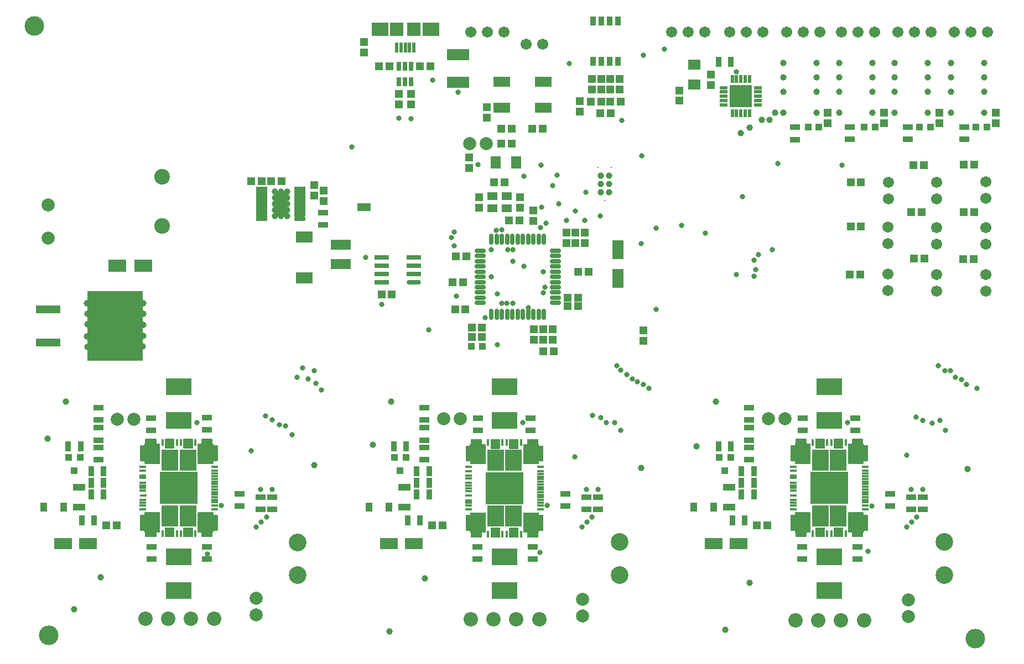
<source format=gts>
G04 Layer_Color=8388736*
%FSLAX44Y44*%
%MOMM*%
G71*
G01*
G75*
%ADD24C,1.0000*%
%ADD61R,1.2032X1.1532*%
%ADD62R,0.6032X1.6032*%
%ADD63R,2.0032X2.1032*%
%ADD64R,2.5032X2.1032*%
%ADD65R,3.4032X1.7032*%
%ADD66R,0.8032X1.4032*%
%ADD67R,1.5032X0.9032*%
%ADD68R,1.1532X1.2032*%
%ADD69C,3.0000*%
%ADD70R,0.9832X0.4032*%
%ADD71R,0.4032X0.9832*%
%ADD72R,5.8032X5.0032*%
%ADD73R,2.6032X3.3032*%
%ADD74R,1.5032X1.2032*%
%ADD75R,3.4532X3.4532*%
G04:AMPARAMS|DCode=76|XSize=0.5532mm|YSize=1.1532mm|CornerRadius=0.1891mm|HoleSize=0mm|Usage=FLASHONLY|Rotation=90.000|XOffset=0mm|YOffset=0mm|HoleType=Round|Shape=RoundedRectangle|*
%AMROUNDEDRECTD76*
21,1,0.5532,0.7750,0,0,90.0*
21,1,0.1750,1.1532,0,0,90.0*
1,1,0.3782,0.3875,0.0875*
1,1,0.3782,0.3875,-0.0875*
1,1,0.3782,-0.3875,-0.0875*
1,1,0.3782,-0.3875,0.0875*
%
%ADD76ROUNDEDRECTD76*%
%ADD77R,1.1532X0.5532*%
%ADD78R,0.5532X1.1532*%
%ADD79R,2.1000X3.7000*%
%ADD80R,1.7032X0.6532*%
G04:AMPARAMS|DCode=81|XSize=0.6532mm|YSize=1.7032mm|CornerRadius=0.2141mm|HoleSize=0mm|Usage=FLASHONLY|Rotation=270.000|XOffset=0mm|YOffset=0mm|HoleType=Round|Shape=RoundedRectangle|*
%AMROUNDEDRECTD81*
21,1,0.6532,1.2750,0,0,270.0*
21,1,0.2250,1.7032,0,0,270.0*
1,1,0.4282,-0.6375,-0.1125*
1,1,0.4282,-0.6375,0.1125*
1,1,0.4282,0.6375,0.1125*
1,1,0.4282,0.6375,-0.1125*
%
%ADD81ROUNDEDRECTD81*%
%ADD82R,1.0032X1.2032*%
%ADD83R,1.8032X3.0032*%
%ADD84O,1.7032X0.7532*%
%ADD85O,0.7532X1.7032*%
%ADD86R,2.1832X0.7332*%
%ADD87O,2.1832X0.7332*%
%ADD88R,0.9632X1.4532*%
%ADD89R,1.6032X1.9032*%
%ADD90R,2.5032X1.6032*%
%ADD91R,2.7032X1.9032*%
%ADD92R,2.6032X1.7032*%
%ADD93R,3.1532X1.6032*%
%ADD94R,1.0032X1.0032*%
%ADD95R,0.9032X1.5032*%
%ADD96R,1.9032X1.6032*%
%ADD97R,3.9032X2.6532*%
%ADD98R,1.0032X1.1032*%
%ADD99R,1.0532X1.4032*%
%ADD100R,1.9052X1.1172*%
%ADD101R,2.7032X1.8032*%
%ADD102C,0.9902*%
%ADD103R,3.7072X1.2192*%
%ADD104R,8.5832X10.6932*%
%ADD105C,1.0032*%
%ADD106C,1.7032*%
%ADD107C,2.2032*%
%ADD108C,2.0032*%
%ADD109C,0.2032*%
%ADD110C,2.7032*%
%ADD111C,2.4032*%
%ADD112C,0.8032*%
G36*
X1294293Y244410D02*
X1294424Y244384D01*
X1294550Y244341D01*
X1294669Y244282D01*
X1294780Y244208D01*
X1294880Y244120D01*
X1294968Y244020D01*
X1295042Y243909D01*
X1295101Y243790D01*
X1295143Y243664D01*
X1295169Y243533D01*
X1295178Y243400D01*
Y240518D01*
X1300860Y240518D01*
X1300993Y240510D01*
X1301124Y240484D01*
X1301250Y240441D01*
X1301369Y240382D01*
X1301480Y240308D01*
X1301580Y240220D01*
X1301668Y240120D01*
X1301742Y240009D01*
X1301801Y239890D01*
X1301843Y239764D01*
X1301869Y239633D01*
X1301878Y239500D01*
Y217200D01*
X1301869Y217067D01*
X1301843Y216936D01*
X1301801Y216810D01*
X1301742Y216691D01*
X1301668Y216580D01*
X1301580Y216480D01*
X1301480Y216392D01*
X1301369Y216318D01*
X1301250Y216259D01*
X1301124Y216217D01*
X1300993Y216191D01*
X1300860Y216182D01*
X1295278D01*
Y214500D01*
X1295269Y214367D01*
X1295243Y214237D01*
X1295201Y214110D01*
X1295142Y213991D01*
X1295068Y213880D01*
X1294980Y213780D01*
X1294880Y213692D01*
X1294769Y213618D01*
X1294650Y213559D01*
X1294523Y213517D01*
X1294393Y213491D01*
X1294260Y213482D01*
X1294078D01*
Y207200D01*
X1294069Y207067D01*
X1294043Y206936D01*
X1294001Y206810D01*
X1293942Y206691D01*
X1293868Y206580D01*
X1293780Y206480D01*
X1293680Y206392D01*
X1293569Y206318D01*
X1293450Y206259D01*
X1293324Y206217D01*
X1293193Y206191D01*
X1293060Y206182D01*
X1277760D01*
X1277627Y206191D01*
X1277496Y206217D01*
X1277370Y206259D01*
X1277251Y206318D01*
X1277140Y206392D01*
X1277040Y206480D01*
X1276952Y206580D01*
X1276878Y206691D01*
X1276819Y206810D01*
X1276777Y206936D01*
X1276750Y207067D01*
X1276742Y207200D01*
Y213482D01*
X1272260D01*
X1272127Y213491D01*
X1271996Y213517D01*
X1271870Y213559D01*
X1271751Y213618D01*
X1271640Y213692D01*
X1271540Y213780D01*
X1271452Y213880D01*
X1271378Y213991D01*
X1271319Y214110D01*
X1271276Y214237D01*
X1271251Y214367D01*
X1271242Y214500D01*
Y243400D01*
X1271251Y243533D01*
X1271276Y243664D01*
X1271319Y243790D01*
X1271378Y243909D01*
X1271452Y244020D01*
X1271540Y244120D01*
X1271640Y244208D01*
X1271751Y244282D01*
X1271870Y244341D01*
X1271996Y244384D01*
X1272127Y244410D01*
X1272260Y244418D01*
X1294160D01*
X1294293Y244410D01*
D02*
G37*
G36*
X298833Y244410D02*
X298964Y244384D01*
X299090Y244341D01*
X299209Y244282D01*
X299320Y244208D01*
X299420Y244120D01*
X299508Y244020D01*
X299582Y243909D01*
X299641Y243790D01*
X299683Y243664D01*
X299709Y243533D01*
X299718Y243400D01*
Y240518D01*
X305400Y240518D01*
X305533Y240509D01*
X305664Y240483D01*
X305790Y240441D01*
X305909Y240382D01*
X306020Y240308D01*
X306120Y240220D01*
X306208Y240120D01*
X306282Y240009D01*
X306341Y239890D01*
X306383Y239764D01*
X306409Y239633D01*
X306418Y239500D01*
Y217200D01*
X306409Y217067D01*
X306383Y216936D01*
X306341Y216810D01*
X306282Y216691D01*
X306208Y216580D01*
X306120Y216480D01*
X306020Y216392D01*
X305909Y216318D01*
X305790Y216259D01*
X305664Y216217D01*
X305533Y216190D01*
X305400Y216182D01*
X299818D01*
Y214500D01*
X299809Y214367D01*
X299783Y214237D01*
X299741Y214110D01*
X299682Y213991D01*
X299608Y213880D01*
X299520Y213780D01*
X299420Y213692D01*
X299309Y213618D01*
X299190Y213559D01*
X299063Y213517D01*
X298933Y213491D01*
X298800Y213482D01*
X298618D01*
Y207200D01*
X298610Y207067D01*
X298584Y206936D01*
X298541Y206810D01*
X298482Y206691D01*
X298408Y206580D01*
X298320Y206480D01*
X298220Y206392D01*
X298109Y206318D01*
X297990Y206259D01*
X297864Y206217D01*
X297733Y206190D01*
X297600Y206182D01*
X282300D01*
X282167Y206190D01*
X282036Y206217D01*
X281910Y206259D01*
X281791Y206318D01*
X281680Y206392D01*
X281580Y206480D01*
X281492Y206580D01*
X281418Y206691D01*
X281359Y206810D01*
X281317Y206936D01*
X281290Y207067D01*
X281282Y207200D01*
Y213482D01*
X276800D01*
X276667Y213491D01*
X276537Y213517D01*
X276410Y213559D01*
X276291Y213618D01*
X276180Y213692D01*
X276080Y213780D01*
X275992Y213880D01*
X275918Y213991D01*
X275859Y214110D01*
X275816Y214237D01*
X275791Y214367D01*
X275782Y214500D01*
Y243400D01*
X275791Y243533D01*
X275816Y243664D01*
X275859Y243790D01*
X275918Y243909D01*
X275992Y244020D01*
X276080Y244120D01*
X276180Y244208D01*
X276291Y244282D01*
X276410Y244341D01*
X276537Y244384D01*
X276667Y244410D01*
X276800Y244418D01*
X298700D01*
X298833Y244410D01*
D02*
G37*
G36*
X1262993Y221110D02*
X1263123Y221084D01*
X1263250Y221041D01*
X1263369Y220982D01*
X1263480Y220908D01*
X1263580Y220820D01*
X1263668Y220720D01*
X1263742Y220609D01*
X1263801Y220490D01*
X1263843Y220364D01*
X1263869Y220233D01*
X1263878Y220100D01*
Y207100D01*
X1263869Y206967D01*
X1263843Y206836D01*
X1263801Y206710D01*
X1263742Y206591D01*
X1263668Y206480D01*
X1263580Y206380D01*
X1263480Y206292D01*
X1263369Y206218D01*
X1263250Y206159D01*
X1263123Y206117D01*
X1262993Y206091D01*
X1262860Y206082D01*
X1250260D01*
X1250127Y206091D01*
X1249996Y206117D01*
X1249870Y206159D01*
X1249751Y206218D01*
X1249640Y206292D01*
X1249540Y206380D01*
X1249452Y206480D01*
X1249378Y206591D01*
X1249319Y206710D01*
X1249277Y206836D01*
X1249250Y206967D01*
X1249242Y207100D01*
Y220100D01*
X1249250Y220233D01*
X1249277Y220364D01*
X1249319Y220490D01*
X1249378Y220609D01*
X1249452Y220720D01*
X1249540Y220820D01*
X1249640Y220908D01*
X1249751Y220982D01*
X1249870Y221041D01*
X1249996Y221084D01*
X1250127Y221110D01*
X1250260Y221118D01*
X1262860D01*
X1262993Y221110D01*
D02*
G37*
G36*
X1212593Y244410D02*
X1212723Y244384D01*
X1212850Y244341D01*
X1212969Y244282D01*
X1213080Y244208D01*
X1213180Y244120D01*
X1213268Y244020D01*
X1213342Y243909D01*
X1213401Y243790D01*
X1213444Y243664D01*
X1213469Y243533D01*
X1213478Y243400D01*
Y214500D01*
X1213469Y214367D01*
X1213444Y214237D01*
X1213401Y214110D01*
X1213342Y213991D01*
X1213268Y213880D01*
X1213180Y213780D01*
X1213080Y213692D01*
X1212969Y213618D01*
X1212850Y213559D01*
X1212723Y213517D01*
X1212593Y213491D01*
X1212460Y213482D01*
X1207978D01*
Y207200D01*
X1207970Y207067D01*
X1207943Y206936D01*
X1207901Y206810D01*
X1207842Y206691D01*
X1207768Y206580D01*
X1207680Y206480D01*
X1207580Y206392D01*
X1207469Y206318D01*
X1207350Y206259D01*
X1207224Y206217D01*
X1207093Y206191D01*
X1206960Y206182D01*
X1191660D01*
X1191527Y206191D01*
X1191396Y206217D01*
X1191270Y206259D01*
X1191151Y206318D01*
X1191040Y206392D01*
X1190940Y206480D01*
X1190852Y206580D01*
X1190778Y206691D01*
X1190719Y206810D01*
X1190676Y206936D01*
X1190650Y207067D01*
X1190642Y207200D01*
Y213482D01*
X1190460D01*
X1190327Y213491D01*
X1190197Y213517D01*
X1190070Y213559D01*
X1189951Y213618D01*
X1189840Y213692D01*
X1189740Y213780D01*
X1189652Y213880D01*
X1189578Y213991D01*
X1189519Y214110D01*
X1189476Y214237D01*
X1189451Y214367D01*
X1189442Y214500D01*
Y216182D01*
X1183860Y216182D01*
X1183727Y216191D01*
X1183596Y216217D01*
X1183470Y216259D01*
X1183351Y216318D01*
X1183240Y216392D01*
X1183140Y216480D01*
X1183052Y216580D01*
X1182978Y216691D01*
X1182919Y216810D01*
X1182877Y216937D01*
X1182850Y217067D01*
X1182842Y217200D01*
Y239500D01*
X1182850Y239633D01*
X1182877Y239764D01*
X1182919Y239890D01*
X1182978Y240009D01*
X1183052Y240120D01*
X1183140Y240220D01*
X1183240Y240308D01*
X1183351Y240382D01*
X1183470Y240441D01*
X1183596Y240484D01*
X1183727Y240510D01*
X1183860Y240518D01*
X1189542Y240518D01*
Y243400D01*
X1189550Y243533D01*
X1189576Y243664D01*
X1189619Y243790D01*
X1189678Y243909D01*
X1189752Y244020D01*
X1189840Y244120D01*
X1189940Y244208D01*
X1190051Y244282D01*
X1190170Y244341D01*
X1190296Y244384D01*
X1190427Y244410D01*
X1190560Y244418D01*
X1212460D01*
X1212593Y244410D01*
D02*
G37*
G36*
X217133Y244410D02*
X217264Y244384D01*
X217390Y244341D01*
X217509Y244282D01*
X217620Y244208D01*
X217720Y244120D01*
X217808Y244020D01*
X217882Y243909D01*
X217941Y243790D01*
X217983Y243664D01*
X218009Y243533D01*
X218018Y243400D01*
Y214500D01*
X218009Y214367D01*
X217983Y214237D01*
X217941Y214110D01*
X217882Y213991D01*
X217808Y213880D01*
X217720Y213780D01*
X217620Y213692D01*
X217509Y213618D01*
X217390Y213559D01*
X217264Y213517D01*
X217133Y213491D01*
X217000Y213482D01*
X212518D01*
Y207200D01*
X212509Y207067D01*
X212484Y206936D01*
X212441Y206810D01*
X212382Y206691D01*
X212308Y206580D01*
X212220Y206480D01*
X212120Y206392D01*
X212009Y206318D01*
X211890Y206259D01*
X211764Y206217D01*
X211633Y206190D01*
X211500Y206182D01*
X196200D01*
X196067Y206190D01*
X195937Y206217D01*
X195810Y206259D01*
X195691Y206318D01*
X195580Y206392D01*
X195480Y206480D01*
X195392Y206580D01*
X195318Y206691D01*
X195259Y206810D01*
X195217Y206936D01*
X195191Y207067D01*
X195182Y207200D01*
Y213482D01*
X195000D01*
X194867Y213491D01*
X194736Y213517D01*
X194610Y213559D01*
X194491Y213618D01*
X194380Y213692D01*
X194280Y213780D01*
X194192Y213880D01*
X194118Y213991D01*
X194059Y214110D01*
X194017Y214237D01*
X193991Y214367D01*
X193982Y214500D01*
Y216182D01*
X188400Y216182D01*
X188267Y216191D01*
X188137Y216217D01*
X188010Y216259D01*
X187891Y216318D01*
X187780Y216392D01*
X187680Y216480D01*
X187592Y216580D01*
X187518Y216691D01*
X187459Y216810D01*
X187416Y216936D01*
X187390Y217067D01*
X187382Y217200D01*
Y239500D01*
X187390Y239633D01*
X187416Y239764D01*
X187459Y239890D01*
X187518Y240009D01*
X187592Y240120D01*
X187680Y240220D01*
X187780Y240308D01*
X187891Y240382D01*
X188010Y240441D01*
X188137Y240484D01*
X188267Y240510D01*
X188400Y240518D01*
X194082Y240518D01*
Y243400D01*
X194091Y243533D01*
X194117Y243664D01*
X194159Y243790D01*
X194218Y243909D01*
X194292Y244020D01*
X194380Y244120D01*
X194480Y244208D01*
X194591Y244282D01*
X194710Y244341D01*
X194837Y244384D01*
X194967Y244410D01*
X195100Y244418D01*
X217000D01*
X217133Y244410D01*
D02*
G37*
G36*
X715523Y244030D02*
X715654Y244004D01*
X715780Y243961D01*
X715899Y243902D01*
X716010Y243828D01*
X716110Y243740D01*
X716198Y243640D01*
X716272Y243529D01*
X716331Y243410D01*
X716374Y243284D01*
X716400Y243153D01*
X716408Y243020D01*
Y214120D01*
X716400Y213987D01*
X716374Y213857D01*
X716331Y213730D01*
X716272Y213611D01*
X716198Y213500D01*
X716110Y213400D01*
X716010Y213312D01*
X715899Y213238D01*
X715780Y213179D01*
X715654Y213137D01*
X715523Y213111D01*
X715390Y213102D01*
X710908D01*
Y206820D01*
X710900Y206687D01*
X710873Y206556D01*
X710831Y206430D01*
X710772Y206311D01*
X710698Y206200D01*
X710610Y206100D01*
X710510Y206012D01*
X710399Y205938D01*
X710280Y205879D01*
X710154Y205837D01*
X710023Y205811D01*
X709890Y205802D01*
X694590D01*
X694457Y205811D01*
X694326Y205837D01*
X694200Y205879D01*
X694081Y205938D01*
X693970Y206012D01*
X693870Y206100D01*
X693782Y206200D01*
X693708Y206311D01*
X693649Y206430D01*
X693606Y206556D01*
X693580Y206687D01*
X693572Y206820D01*
Y213102D01*
X693390D01*
X693257Y213111D01*
X693127Y213137D01*
X693000Y213179D01*
X692881Y213238D01*
X692770Y213312D01*
X692670Y213400D01*
X692582Y213500D01*
X692508Y213611D01*
X692449Y213730D01*
X692406Y213857D01*
X692381Y213987D01*
X692372Y214120D01*
Y215802D01*
X686790Y215802D01*
X686657Y215811D01*
X686526Y215837D01*
X686400Y215879D01*
X686281Y215938D01*
X686170Y216012D01*
X686070Y216100D01*
X685982Y216200D01*
X685908Y216311D01*
X685849Y216430D01*
X685807Y216556D01*
X685780Y216687D01*
X685772Y216820D01*
Y239120D01*
X685780Y239253D01*
X685807Y239384D01*
X685849Y239510D01*
X685908Y239629D01*
X685982Y239740D01*
X686070Y239840D01*
X686170Y239928D01*
X686281Y240002D01*
X686400Y240061D01*
X686526Y240104D01*
X686657Y240130D01*
X686790Y240138D01*
X692472Y240138D01*
Y243020D01*
X692480Y243153D01*
X692506Y243284D01*
X692549Y243410D01*
X692608Y243529D01*
X692682Y243640D01*
X692770Y243740D01*
X692870Y243828D01*
X692981Y243902D01*
X693100Y243961D01*
X693226Y244004D01*
X693357Y244030D01*
X693490Y244038D01*
X715390D01*
X715523Y244030D01*
D02*
G37*
G36*
X797223D02*
X797354Y244004D01*
X797480Y243961D01*
X797599Y243902D01*
X797710Y243828D01*
X797810Y243740D01*
X797898Y243640D01*
X797972Y243529D01*
X798031Y243410D01*
X798073Y243284D01*
X798099Y243153D01*
X798108Y243020D01*
Y240138D01*
X803790Y240138D01*
X803923Y240130D01*
X804053Y240103D01*
X804180Y240061D01*
X804299Y240002D01*
X804410Y239928D01*
X804510Y239840D01*
X804598Y239740D01*
X804672Y239629D01*
X804731Y239510D01*
X804773Y239384D01*
X804799Y239253D01*
X804808Y239120D01*
Y216820D01*
X804799Y216687D01*
X804773Y216556D01*
X804731Y216430D01*
X804672Y216311D01*
X804598Y216200D01*
X804510Y216100D01*
X804410Y216012D01*
X804299Y215938D01*
X804180Y215879D01*
X804053Y215837D01*
X803923Y215811D01*
X803790Y215802D01*
X798208D01*
Y214120D01*
X798199Y213987D01*
X798173Y213857D01*
X798131Y213730D01*
X798072Y213611D01*
X797998Y213500D01*
X797910Y213400D01*
X797810Y213312D01*
X797699Y213238D01*
X797580Y213179D01*
X797454Y213137D01*
X797323Y213111D01*
X797190Y213102D01*
X797008D01*
Y206820D01*
X796999Y206687D01*
X796973Y206556D01*
X796931Y206430D01*
X796872Y206311D01*
X796798Y206200D01*
X796710Y206100D01*
X796610Y206012D01*
X796499Y205938D01*
X796380Y205879D01*
X796254Y205837D01*
X796123Y205811D01*
X795990Y205802D01*
X780690D01*
X780557Y205811D01*
X780426Y205837D01*
X780300Y205879D01*
X780181Y205938D01*
X780070Y206012D01*
X779970Y206100D01*
X779882Y206200D01*
X779808Y206311D01*
X779749Y206430D01*
X779706Y206556D01*
X779680Y206687D01*
X779672Y206820D01*
Y213102D01*
X775190D01*
X775057Y213111D01*
X774926Y213137D01*
X774800Y213179D01*
X774681Y213238D01*
X774570Y213312D01*
X774470Y213400D01*
X774382Y213500D01*
X774308Y213611D01*
X774249Y213730D01*
X774206Y213857D01*
X774181Y213987D01*
X774172Y214120D01*
Y243020D01*
X774181Y243153D01*
X774206Y243284D01*
X774249Y243410D01*
X774308Y243529D01*
X774382Y243640D01*
X774470Y243740D01*
X774570Y243828D01*
X774681Y243902D01*
X774800Y243961D01*
X774926Y244004D01*
X775057Y244030D01*
X775190Y244038D01*
X797090D01*
X797223Y244030D01*
D02*
G37*
G36*
X765923Y220730D02*
X766053Y220704D01*
X766180Y220661D01*
X766299Y220602D01*
X766410Y220528D01*
X766510Y220440D01*
X766598Y220340D01*
X766672Y220229D01*
X766731Y220110D01*
X766773Y219984D01*
X766799Y219853D01*
X766808Y219720D01*
Y206720D01*
X766799Y206587D01*
X766773Y206457D01*
X766731Y206330D01*
X766672Y206211D01*
X766598Y206100D01*
X766510Y206000D01*
X766410Y205912D01*
X766299Y205838D01*
X766180Y205779D01*
X766053Y205737D01*
X765923Y205711D01*
X765790Y205702D01*
X753190D01*
X753057Y205711D01*
X752926Y205737D01*
X752800Y205779D01*
X752681Y205838D01*
X752570Y205912D01*
X752470Y206000D01*
X752382Y206100D01*
X752308Y206211D01*
X752249Y206330D01*
X752206Y206457D01*
X752180Y206587D01*
X752172Y206720D01*
Y219720D01*
X752180Y219853D01*
X752206Y219984D01*
X752249Y220110D01*
X752308Y220229D01*
X752382Y220340D01*
X752470Y220440D01*
X752570Y220528D01*
X752681Y220602D01*
X752800Y220661D01*
X752926Y220704D01*
X753057Y220730D01*
X753190Y220738D01*
X765790D01*
X765923Y220730D01*
D02*
G37*
G36*
X737523D02*
X737654Y220704D01*
X737780Y220661D01*
X737899Y220602D01*
X738010Y220528D01*
X738110Y220440D01*
X738198Y220340D01*
X738272Y220229D01*
X738331Y220110D01*
X738373Y219984D01*
X738399Y219853D01*
X738408Y219720D01*
Y206720D01*
X738399Y206587D01*
X738373Y206457D01*
X738331Y206330D01*
X738272Y206211D01*
X738198Y206100D01*
X738110Y206000D01*
X738010Y205912D01*
X737899Y205838D01*
X737780Y205779D01*
X737654Y205737D01*
X737523Y205711D01*
X737390Y205702D01*
X724790D01*
X724657Y205711D01*
X724527Y205737D01*
X724400Y205779D01*
X724281Y205838D01*
X724170Y205912D01*
X724070Y206000D01*
X723982Y206100D01*
X723908Y206211D01*
X723849Y206330D01*
X723807Y206457D01*
X723781Y206587D01*
X723772Y206720D01*
Y219720D01*
X723781Y219853D01*
X723807Y219984D01*
X723849Y220110D01*
X723908Y220229D01*
X723982Y220340D01*
X724070Y220440D01*
X724170Y220528D01*
X724281Y220602D01*
X724400Y220661D01*
X724527Y220704D01*
X724657Y220730D01*
X724790Y220738D01*
X737390D01*
X737523Y220730D01*
D02*
G37*
G36*
X1234593Y221110D02*
X1234724Y221084D01*
X1234850Y221041D01*
X1234969Y220982D01*
X1235080Y220908D01*
X1235180Y220820D01*
X1235268Y220720D01*
X1235342Y220609D01*
X1235401Y220490D01*
X1235443Y220364D01*
X1235469Y220233D01*
X1235478Y220100D01*
Y207100D01*
X1235469Y206967D01*
X1235443Y206836D01*
X1235401Y206710D01*
X1235342Y206591D01*
X1235268Y206480D01*
X1235180Y206380D01*
X1235080Y206292D01*
X1234969Y206218D01*
X1234850Y206159D01*
X1234724Y206117D01*
X1234593Y206091D01*
X1234460Y206082D01*
X1221860D01*
X1221727Y206091D01*
X1221597Y206117D01*
X1221470Y206159D01*
X1221351Y206218D01*
X1221240Y206292D01*
X1221140Y206380D01*
X1221052Y206480D01*
X1220978Y206591D01*
X1220919Y206710D01*
X1220876Y206836D01*
X1220851Y206967D01*
X1220842Y207100D01*
Y220100D01*
X1220851Y220233D01*
X1220876Y220364D01*
X1220919Y220490D01*
X1220978Y220609D01*
X1221052Y220720D01*
X1221140Y220820D01*
X1221240Y220908D01*
X1221351Y220982D01*
X1221470Y221041D01*
X1221597Y221084D01*
X1221727Y221110D01*
X1221860Y221118D01*
X1234460D01*
X1234593Y221110D01*
D02*
G37*
G36*
X267533Y221110D02*
X267663Y221084D01*
X267790Y221041D01*
X267909Y220982D01*
X268020Y220908D01*
X268120Y220820D01*
X268208Y220720D01*
X268282Y220609D01*
X268341Y220490D01*
X268384Y220364D01*
X268410Y220233D01*
X268418Y220100D01*
Y207100D01*
X268410Y206967D01*
X268384Y206836D01*
X268341Y206710D01*
X268282Y206591D01*
X268208Y206480D01*
X268120Y206380D01*
X268020Y206292D01*
X267909Y206218D01*
X267790Y206159D01*
X267663Y206117D01*
X267533Y206091D01*
X267400Y206082D01*
X254800D01*
X254667Y206091D01*
X254536Y206117D01*
X254410Y206159D01*
X254291Y206218D01*
X254180Y206292D01*
X254080Y206380D01*
X253992Y206480D01*
X253918Y206591D01*
X253859Y206710D01*
X253817Y206836D01*
X253791Y206967D01*
X253782Y207100D01*
Y220100D01*
X253791Y220233D01*
X253817Y220364D01*
X253859Y220490D01*
X253918Y220609D01*
X253992Y220720D01*
X254080Y220820D01*
X254180Y220908D01*
X254291Y220982D01*
X254410Y221041D01*
X254536Y221084D01*
X254667Y221110D01*
X254800Y221118D01*
X267400D01*
X267533Y221110D01*
D02*
G37*
G36*
X239133D02*
X239263Y221084D01*
X239390Y221041D01*
X239509Y220982D01*
X239620Y220908D01*
X239720Y220820D01*
X239808Y220720D01*
X239882Y220609D01*
X239941Y220490D01*
X239984Y220364D01*
X240009Y220233D01*
X240018Y220100D01*
Y207100D01*
X240009Y206967D01*
X239984Y206836D01*
X239941Y206710D01*
X239882Y206591D01*
X239808Y206480D01*
X239720Y206380D01*
X239620Y206292D01*
X239509Y206218D01*
X239390Y206159D01*
X239263Y206117D01*
X239133Y206091D01*
X239000Y206082D01*
X226400D01*
X226267Y206091D01*
X226136Y206117D01*
X226010Y206159D01*
X225891Y206218D01*
X225780Y206292D01*
X225680Y206380D01*
X225592Y206480D01*
X225518Y206591D01*
X225459Y206710D01*
X225417Y206836D01*
X225391Y206967D01*
X225382Y207100D01*
Y220100D01*
X225391Y220233D01*
X225417Y220364D01*
X225459Y220490D01*
X225518Y220609D01*
X225592Y220720D01*
X225680Y220820D01*
X225780Y220908D01*
X225891Y220982D01*
X226010Y221041D01*
X226136Y221084D01*
X226267Y221110D01*
X226400Y221118D01*
X239000D01*
X239133Y221110D01*
D02*
G37*
G36*
X239133Y356909D02*
X239263Y356884D01*
X239390Y356841D01*
X239509Y356782D01*
X239620Y356708D01*
X239720Y356620D01*
X239808Y356520D01*
X239882Y356409D01*
X239941Y356290D01*
X239984Y356163D01*
X240009Y356033D01*
X240018Y355900D01*
Y342900D01*
X240009Y342767D01*
X239984Y342636D01*
X239941Y342510D01*
X239882Y342391D01*
X239808Y342280D01*
X239720Y342180D01*
X239620Y342092D01*
X239509Y342018D01*
X239390Y341959D01*
X239263Y341917D01*
X239133Y341890D01*
X239000Y341882D01*
X226400D01*
X226267Y341890D01*
X226136Y341917D01*
X226010Y341959D01*
X225891Y342018D01*
X225780Y342092D01*
X225680Y342180D01*
X225592Y342280D01*
X225518Y342391D01*
X225459Y342510D01*
X225417Y342636D01*
X225390Y342767D01*
X225382Y342900D01*
Y355900D01*
X225390Y356033D01*
X225417Y356163D01*
X225459Y356290D01*
X225518Y356409D01*
X225592Y356520D01*
X225680Y356620D01*
X225780Y356708D01*
X225891Y356782D01*
X226010Y356841D01*
X226136Y356884D01*
X226267Y356909D01*
X226400Y356918D01*
X239000D01*
X239133Y356909D01*
D02*
G37*
G36*
X765923Y356530D02*
X766053Y356503D01*
X766180Y356461D01*
X766299Y356402D01*
X766410Y356328D01*
X766510Y356240D01*
X766598Y356140D01*
X766672Y356029D01*
X766731Y355910D01*
X766773Y355784D01*
X766799Y355653D01*
X766808Y355520D01*
Y342520D01*
X766799Y342387D01*
X766773Y342257D01*
X766731Y342130D01*
X766672Y342011D01*
X766598Y341900D01*
X766510Y341800D01*
X766410Y341712D01*
X766299Y341638D01*
X766180Y341579D01*
X766053Y341536D01*
X765923Y341511D01*
X765790Y341502D01*
X753190D01*
X753057Y341511D01*
X752926Y341536D01*
X752800Y341579D01*
X752681Y341638D01*
X752570Y341712D01*
X752470Y341800D01*
X752382Y341900D01*
X752308Y342011D01*
X752249Y342130D01*
X752206Y342257D01*
X752180Y342387D01*
X752172Y342520D01*
Y355520D01*
X752180Y355653D01*
X752206Y355784D01*
X752249Y355910D01*
X752308Y356029D01*
X752382Y356140D01*
X752470Y356240D01*
X752570Y356328D01*
X752681Y356402D01*
X752800Y356461D01*
X752926Y356503D01*
X753057Y356530D01*
X753190Y356538D01*
X765790D01*
X765923Y356530D01*
D02*
G37*
G36*
X737523Y356529D02*
X737654Y356503D01*
X737780Y356461D01*
X737899Y356402D01*
X738010Y356328D01*
X738110Y356240D01*
X738198Y356140D01*
X738272Y356029D01*
X738331Y355910D01*
X738373Y355784D01*
X738399Y355653D01*
X738408Y355520D01*
Y342520D01*
X738399Y342387D01*
X738373Y342256D01*
X738331Y342130D01*
X738272Y342011D01*
X738198Y341900D01*
X738110Y341800D01*
X738010Y341712D01*
X737899Y341638D01*
X737780Y341579D01*
X737654Y341536D01*
X737523Y341511D01*
X737390Y341502D01*
X724790D01*
X724657Y341511D01*
X724526Y341536D01*
X724400Y341579D01*
X724281Y341638D01*
X724170Y341712D01*
X724070Y341800D01*
X723982Y341900D01*
X723908Y342011D01*
X723849Y342130D01*
X723807Y342256D01*
X723781Y342387D01*
X723772Y342520D01*
Y355520D01*
X723781Y355653D01*
X723807Y355784D01*
X723849Y355910D01*
X723908Y356029D01*
X723982Y356140D01*
X724070Y356240D01*
X724170Y356328D01*
X724281Y356402D01*
X724400Y356461D01*
X724526Y356503D01*
X724657Y356529D01*
X724790Y356538D01*
X737390D01*
X737523Y356529D01*
D02*
G37*
G36*
X1262993Y356909D02*
X1263123Y356884D01*
X1263250Y356841D01*
X1263369Y356782D01*
X1263480Y356708D01*
X1263580Y356620D01*
X1263668Y356520D01*
X1263742Y356409D01*
X1263801Y356290D01*
X1263843Y356164D01*
X1263869Y356033D01*
X1263878Y355900D01*
Y342900D01*
X1263869Y342767D01*
X1263843Y342636D01*
X1263801Y342510D01*
X1263742Y342391D01*
X1263668Y342280D01*
X1263580Y342180D01*
X1263480Y342092D01*
X1263369Y342018D01*
X1263250Y341959D01*
X1263123Y341917D01*
X1262993Y341891D01*
X1262860Y341882D01*
X1250260D01*
X1250127Y341891D01*
X1249996Y341917D01*
X1249870Y341959D01*
X1249751Y342018D01*
X1249640Y342092D01*
X1249540Y342180D01*
X1249452Y342280D01*
X1249378Y342391D01*
X1249319Y342510D01*
X1249277Y342636D01*
X1249250Y342767D01*
X1249242Y342900D01*
Y355900D01*
X1249250Y356033D01*
X1249277Y356164D01*
X1249319Y356290D01*
X1249378Y356409D01*
X1249452Y356520D01*
X1249540Y356620D01*
X1249640Y356708D01*
X1249751Y356782D01*
X1249870Y356841D01*
X1249996Y356884D01*
X1250127Y356909D01*
X1250260Y356918D01*
X1262860D01*
X1262993Y356909D01*
D02*
G37*
G36*
X1234593Y356909D02*
X1234724Y356884D01*
X1234850Y356841D01*
X1234969Y356782D01*
X1235080Y356708D01*
X1235180Y356620D01*
X1235268Y356520D01*
X1235342Y356409D01*
X1235401Y356290D01*
X1235443Y356163D01*
X1235469Y356033D01*
X1235478Y355900D01*
Y342900D01*
X1235469Y342767D01*
X1235443Y342636D01*
X1235401Y342510D01*
X1235342Y342391D01*
X1235268Y342280D01*
X1235180Y342180D01*
X1235080Y342092D01*
X1234969Y342018D01*
X1234850Y341959D01*
X1234724Y341917D01*
X1234593Y341891D01*
X1234460Y341882D01*
X1221860D01*
X1221727Y341891D01*
X1221596Y341917D01*
X1221470Y341959D01*
X1221351Y342018D01*
X1221240Y342092D01*
X1221140Y342180D01*
X1221052Y342280D01*
X1220978Y342391D01*
X1220919Y342510D01*
X1220876Y342636D01*
X1220851Y342767D01*
X1220842Y342900D01*
Y355900D01*
X1220851Y356033D01*
X1220876Y356163D01*
X1220919Y356290D01*
X1220978Y356409D01*
X1221052Y356520D01*
X1221140Y356620D01*
X1221240Y356708D01*
X1221351Y356782D01*
X1221470Y356841D01*
X1221596Y356884D01*
X1221727Y356909D01*
X1221860Y356918D01*
X1234460D01*
X1234593Y356909D01*
D02*
G37*
G36*
X267533Y356909D02*
X267663Y356884D01*
X267790Y356841D01*
X267909Y356782D01*
X268020Y356708D01*
X268120Y356620D01*
X268208Y356520D01*
X268282Y356409D01*
X268341Y356290D01*
X268384Y356163D01*
X268410Y356033D01*
X268418Y355900D01*
Y342900D01*
X268410Y342767D01*
X268384Y342636D01*
X268341Y342510D01*
X268282Y342391D01*
X268208Y342280D01*
X268120Y342180D01*
X268020Y342092D01*
X267909Y342018D01*
X267790Y341959D01*
X267663Y341917D01*
X267533Y341890D01*
X267400Y341882D01*
X254800D01*
X254667Y341890D01*
X254536Y341917D01*
X254410Y341959D01*
X254291Y342018D01*
X254180Y342092D01*
X254080Y342180D01*
X253992Y342280D01*
X253918Y342391D01*
X253859Y342510D01*
X253817Y342636D01*
X253791Y342767D01*
X253782Y342900D01*
Y355900D01*
X253791Y356033D01*
X253817Y356163D01*
X253859Y356290D01*
X253918Y356409D01*
X253992Y356520D01*
X254080Y356620D01*
X254180Y356708D01*
X254291Y356782D01*
X254410Y356841D01*
X254536Y356884D01*
X254667Y356909D01*
X254800Y356918D01*
X267400D01*
X267533Y356909D01*
D02*
G37*
G36*
X211633Y356810D02*
X211764Y356783D01*
X211890Y356741D01*
X212009Y356682D01*
X212120Y356608D01*
X212220Y356520D01*
X212308Y356420D01*
X212382Y356309D01*
X212441Y356190D01*
X212484Y356063D01*
X212509Y355933D01*
X212518Y355800D01*
Y349518D01*
X217000D01*
X217133Y349510D01*
X217264Y349483D01*
X217390Y349441D01*
X217509Y349382D01*
X217620Y349308D01*
X217720Y349220D01*
X217808Y349120D01*
X217882Y349009D01*
X217941Y348890D01*
X217983Y348764D01*
X218009Y348633D01*
X218018Y348500D01*
Y319600D01*
X218009Y319467D01*
X217983Y319336D01*
X217941Y319210D01*
X217882Y319091D01*
X217808Y318980D01*
X217720Y318880D01*
X217620Y318792D01*
X217509Y318718D01*
X217390Y318659D01*
X217264Y318617D01*
X217133Y318591D01*
X217000Y318582D01*
X195100D01*
X194967Y318591D01*
X194837Y318617D01*
X194710Y318659D01*
X194591Y318718D01*
X194480Y318792D01*
X194380Y318880D01*
X194292Y318980D01*
X194218Y319091D01*
X194159Y319210D01*
X194117Y319336D01*
X194091Y319467D01*
X194082Y319600D01*
Y322482D01*
X188400Y322482D01*
X188267Y322491D01*
X188137Y322517D01*
X188010Y322559D01*
X187891Y322618D01*
X187780Y322692D01*
X187680Y322780D01*
X187592Y322880D01*
X187518Y322991D01*
X187459Y323110D01*
X187416Y323236D01*
X187391Y323367D01*
X187382Y323500D01*
Y345800D01*
X187391Y345933D01*
X187416Y346063D01*
X187459Y346190D01*
X187518Y346309D01*
X187592Y346420D01*
X187680Y346520D01*
X187780Y346608D01*
X187891Y346682D01*
X188010Y346741D01*
X188137Y346783D01*
X188267Y346810D01*
X188400Y346818D01*
X193982D01*
Y348500D01*
X193991Y348633D01*
X194017Y348764D01*
X194059Y348890D01*
X194118Y349009D01*
X194192Y349120D01*
X194280Y349220D01*
X194380Y349308D01*
X194491Y349382D01*
X194610Y349441D01*
X194736Y349483D01*
X194867Y349510D01*
X195000Y349518D01*
X195182D01*
Y355800D01*
X195191Y355933D01*
X195217Y356063D01*
X195259Y356190D01*
X195318Y356309D01*
X195392Y356420D01*
X195480Y356520D01*
X195580Y356608D01*
X195691Y356682D01*
X195810Y356741D01*
X195937Y356783D01*
X196067Y356810D01*
X196200Y356818D01*
X211500D01*
X211633Y356810D01*
D02*
G37*
G36*
X796123Y356429D02*
X796254Y356404D01*
X796380Y356361D01*
X796499Y356302D01*
X796610Y356228D01*
X796710Y356140D01*
X796798Y356040D01*
X796872Y355929D01*
X796931Y355810D01*
X796973Y355684D01*
X796999Y355553D01*
X797008Y355420D01*
Y349138D01*
X797190D01*
X797323Y349129D01*
X797454Y349104D01*
X797580Y349061D01*
X797699Y349002D01*
X797810Y348928D01*
X797910Y348840D01*
X797998Y348740D01*
X798072Y348629D01*
X798131Y348510D01*
X798173Y348383D01*
X798199Y348253D01*
X798208Y348120D01*
Y346438D01*
X803790D01*
X803923Y346429D01*
X804053Y346404D01*
X804180Y346361D01*
X804299Y346302D01*
X804410Y346228D01*
X804510Y346140D01*
X804598Y346040D01*
X804672Y345929D01*
X804731Y345810D01*
X804773Y345684D01*
X804799Y345553D01*
X804808Y345420D01*
Y323120D01*
X804799Y322987D01*
X804773Y322856D01*
X804731Y322730D01*
X804672Y322611D01*
X804598Y322500D01*
X804510Y322400D01*
X804410Y322312D01*
X804299Y322238D01*
X804180Y322179D01*
X804053Y322136D01*
X803923Y322110D01*
X803790Y322102D01*
X798108D01*
Y319220D01*
X798099Y319087D01*
X798073Y318957D01*
X798031Y318830D01*
X797972Y318711D01*
X797898Y318600D01*
X797810Y318500D01*
X797710Y318412D01*
X797599Y318338D01*
X797480Y318279D01*
X797354Y318237D01*
X797223Y318211D01*
X797090Y318202D01*
X775190D01*
X775057Y318211D01*
X774926Y318237D01*
X774800Y318279D01*
X774681Y318338D01*
X774570Y318412D01*
X774470Y318500D01*
X774382Y318600D01*
X774308Y318711D01*
X774249Y318830D01*
X774206Y318957D01*
X774181Y319087D01*
X774172Y319220D01*
Y348120D01*
X774181Y348253D01*
X774206Y348383D01*
X774249Y348510D01*
X774308Y348629D01*
X774382Y348740D01*
X774470Y348840D01*
X774570Y348928D01*
X774681Y349002D01*
X774800Y349061D01*
X774926Y349104D01*
X775057Y349129D01*
X775190Y349138D01*
X779672D01*
Y355420D01*
X779680Y355553D01*
X779706Y355684D01*
X779749Y355810D01*
X779808Y355929D01*
X779882Y356040D01*
X779970Y356140D01*
X780070Y356228D01*
X780181Y356302D01*
X780300Y356361D01*
X780426Y356404D01*
X780557Y356429D01*
X780690Y356438D01*
X795990D01*
X796123Y356429D01*
D02*
G37*
G36*
X710023D02*
X710154Y356404D01*
X710280Y356361D01*
X710399Y356302D01*
X710510Y356228D01*
X710610Y356140D01*
X710698Y356040D01*
X710772Y355929D01*
X710831Y355810D01*
X710873Y355684D01*
X710900Y355553D01*
X710908Y355420D01*
Y349138D01*
X715390D01*
X715523Y349129D01*
X715654Y349104D01*
X715780Y349061D01*
X715899Y349002D01*
X716010Y348928D01*
X716110Y348840D01*
X716198Y348740D01*
X716272Y348629D01*
X716331Y348510D01*
X716374Y348383D01*
X716400Y348253D01*
X716408Y348120D01*
Y319220D01*
X716400Y319087D01*
X716374Y318957D01*
X716331Y318830D01*
X716272Y318711D01*
X716198Y318600D01*
X716110Y318500D01*
X716010Y318412D01*
X715899Y318338D01*
X715780Y318279D01*
X715654Y318237D01*
X715523Y318211D01*
X715390Y318202D01*
X693490D01*
X693357Y318211D01*
X693226Y318237D01*
X693100Y318279D01*
X692981Y318338D01*
X692870Y318412D01*
X692770Y318500D01*
X692682Y318600D01*
X692608Y318711D01*
X692549Y318830D01*
X692506Y318957D01*
X692480Y319087D01*
X692472Y319220D01*
Y322102D01*
X686790Y322102D01*
X686657Y322110D01*
X686526Y322136D01*
X686400Y322179D01*
X686281Y322238D01*
X686170Y322312D01*
X686070Y322400D01*
X685982Y322500D01*
X685908Y322611D01*
X685849Y322730D01*
X685807Y322856D01*
X685780Y322987D01*
X685772Y323120D01*
Y345420D01*
X685780Y345553D01*
X685807Y345684D01*
X685849Y345810D01*
X685908Y345929D01*
X685982Y346040D01*
X686070Y346140D01*
X686170Y346228D01*
X686281Y346302D01*
X686400Y346361D01*
X686526Y346404D01*
X686657Y346429D01*
X686790Y346438D01*
X692372D01*
Y348120D01*
X692381Y348253D01*
X692406Y348383D01*
X692449Y348510D01*
X692508Y348629D01*
X692582Y348740D01*
X692670Y348840D01*
X692770Y348928D01*
X692881Y349002D01*
X693000Y349061D01*
X693127Y349104D01*
X693257Y349129D01*
X693390Y349138D01*
X693572D01*
Y355420D01*
X693580Y355553D01*
X693606Y355684D01*
X693649Y355810D01*
X693708Y355929D01*
X693782Y356040D01*
X693870Y356140D01*
X693970Y356228D01*
X694081Y356302D01*
X694200Y356361D01*
X694326Y356404D01*
X694457Y356429D01*
X694590Y356438D01*
X709890D01*
X710023Y356429D01*
D02*
G37*
G36*
X1293193Y356810D02*
X1293324Y356783D01*
X1293450Y356741D01*
X1293569Y356682D01*
X1293680Y356608D01*
X1293780Y356520D01*
X1293868Y356420D01*
X1293942Y356309D01*
X1294001Y356190D01*
X1294043Y356064D01*
X1294069Y355933D01*
X1294078Y355800D01*
Y349518D01*
X1294260D01*
X1294393Y349510D01*
X1294523Y349483D01*
X1294650Y349441D01*
X1294769Y349382D01*
X1294880Y349308D01*
X1294980Y349220D01*
X1295068Y349120D01*
X1295142Y349009D01*
X1295201Y348890D01*
X1295243Y348764D01*
X1295269Y348633D01*
X1295278Y348500D01*
Y346818D01*
X1300860D01*
X1300993Y346810D01*
X1301124Y346783D01*
X1301250Y346741D01*
X1301369Y346682D01*
X1301480Y346608D01*
X1301580Y346520D01*
X1301668Y346420D01*
X1301742Y346309D01*
X1301801Y346190D01*
X1301843Y346064D01*
X1301869Y345933D01*
X1301878Y345800D01*
Y323500D01*
X1301869Y323367D01*
X1301843Y323237D01*
X1301801Y323110D01*
X1301742Y322991D01*
X1301668Y322880D01*
X1301580Y322780D01*
X1301480Y322692D01*
X1301369Y322618D01*
X1301250Y322559D01*
X1301124Y322517D01*
X1300993Y322491D01*
X1300860Y322482D01*
X1295178D01*
Y319600D01*
X1295169Y319467D01*
X1295143Y319336D01*
X1295101Y319210D01*
X1295042Y319091D01*
X1294968Y318980D01*
X1294880Y318880D01*
X1294780Y318792D01*
X1294669Y318718D01*
X1294550Y318659D01*
X1294424Y318617D01*
X1294293Y318591D01*
X1294160Y318582D01*
X1272260D01*
X1272127Y318591D01*
X1271996Y318617D01*
X1271870Y318659D01*
X1271751Y318718D01*
X1271640Y318792D01*
X1271540Y318880D01*
X1271452Y318980D01*
X1271378Y319091D01*
X1271319Y319210D01*
X1271276Y319336D01*
X1271251Y319467D01*
X1271242Y319600D01*
Y348500D01*
X1271251Y348633D01*
X1271276Y348764D01*
X1271319Y348890D01*
X1271378Y349009D01*
X1271452Y349120D01*
X1271540Y349220D01*
X1271640Y349308D01*
X1271751Y349382D01*
X1271870Y349441D01*
X1271996Y349483D01*
X1272127Y349510D01*
X1272260Y349518D01*
X1276742D01*
Y355800D01*
X1276750Y355933D01*
X1276777Y356064D01*
X1276819Y356190D01*
X1276878Y356309D01*
X1276952Y356420D01*
X1277040Y356520D01*
X1277140Y356608D01*
X1277251Y356682D01*
X1277370Y356741D01*
X1277496Y356783D01*
X1277627Y356810D01*
X1277760Y356818D01*
X1293060D01*
X1293193Y356810D01*
D02*
G37*
G36*
X1207093D02*
X1207224Y356783D01*
X1207350Y356741D01*
X1207469Y356682D01*
X1207580Y356608D01*
X1207680Y356520D01*
X1207768Y356420D01*
X1207842Y356309D01*
X1207901Y356190D01*
X1207943Y356064D01*
X1207970Y355933D01*
X1207978Y355800D01*
Y349518D01*
X1212460D01*
X1212593Y349510D01*
X1212723Y349483D01*
X1212850Y349441D01*
X1212969Y349382D01*
X1213080Y349308D01*
X1213180Y349220D01*
X1213268Y349120D01*
X1213342Y349009D01*
X1213401Y348890D01*
X1213444Y348764D01*
X1213469Y348633D01*
X1213478Y348500D01*
Y319600D01*
X1213469Y319467D01*
X1213444Y319336D01*
X1213401Y319210D01*
X1213342Y319091D01*
X1213268Y318980D01*
X1213180Y318880D01*
X1213080Y318792D01*
X1212969Y318718D01*
X1212850Y318659D01*
X1212723Y318617D01*
X1212593Y318591D01*
X1212460Y318582D01*
X1190560D01*
X1190427Y318591D01*
X1190296Y318617D01*
X1190170Y318659D01*
X1190051Y318718D01*
X1189940Y318792D01*
X1189840Y318880D01*
X1189752Y318980D01*
X1189678Y319091D01*
X1189619Y319210D01*
X1189576Y319336D01*
X1189550Y319467D01*
X1189542Y319600D01*
Y322482D01*
X1183860Y322482D01*
X1183727Y322491D01*
X1183596Y322517D01*
X1183470Y322559D01*
X1183351Y322618D01*
X1183240Y322692D01*
X1183140Y322780D01*
X1183052Y322880D01*
X1182978Y322991D01*
X1182919Y323110D01*
X1182877Y323237D01*
X1182850Y323367D01*
X1182842Y323500D01*
Y345800D01*
X1182850Y345933D01*
X1182877Y346064D01*
X1182919Y346190D01*
X1182978Y346309D01*
X1183052Y346420D01*
X1183140Y346520D01*
X1183240Y346608D01*
X1183351Y346682D01*
X1183470Y346741D01*
X1183596Y346783D01*
X1183727Y346810D01*
X1183860Y346818D01*
X1189442D01*
Y348500D01*
X1189451Y348633D01*
X1189476Y348764D01*
X1189519Y348890D01*
X1189578Y349009D01*
X1189652Y349120D01*
X1189740Y349220D01*
X1189840Y349308D01*
X1189951Y349382D01*
X1190070Y349441D01*
X1190197Y349483D01*
X1190327Y349510D01*
X1190460Y349518D01*
X1190642D01*
Y355800D01*
X1190650Y355933D01*
X1190676Y356064D01*
X1190719Y356190D01*
X1190778Y356309D01*
X1190852Y356420D01*
X1190940Y356520D01*
X1191040Y356608D01*
X1191151Y356682D01*
X1191270Y356741D01*
X1191396Y356783D01*
X1191527Y356810D01*
X1191660Y356818D01*
X1206960D01*
X1207093Y356810D01*
D02*
G37*
G36*
X297733Y356810D02*
X297864Y356783D01*
X297990Y356741D01*
X298109Y356682D01*
X298220Y356608D01*
X298320Y356520D01*
X298408Y356420D01*
X298482Y356309D01*
X298541Y356190D01*
X298584Y356063D01*
X298610Y355933D01*
X298618Y355800D01*
Y349518D01*
X298800D01*
X298933Y349510D01*
X299063Y349483D01*
X299190Y349441D01*
X299309Y349382D01*
X299420Y349308D01*
X299520Y349220D01*
X299608Y349120D01*
X299682Y349009D01*
X299741Y348890D01*
X299783Y348764D01*
X299809Y348633D01*
X299818Y348500D01*
Y346818D01*
X305400D01*
X305533Y346810D01*
X305664Y346783D01*
X305790Y346741D01*
X305909Y346682D01*
X306020Y346608D01*
X306120Y346520D01*
X306208Y346420D01*
X306282Y346309D01*
X306341Y346190D01*
X306383Y346063D01*
X306409Y345933D01*
X306418Y345800D01*
Y323500D01*
X306409Y323367D01*
X306383Y323237D01*
X306341Y323110D01*
X306282Y322991D01*
X306208Y322880D01*
X306120Y322780D01*
X306020Y322692D01*
X305909Y322618D01*
X305790Y322559D01*
X305664Y322517D01*
X305533Y322491D01*
X305400Y322482D01*
X299718D01*
Y319600D01*
X299709Y319467D01*
X299683Y319336D01*
X299641Y319210D01*
X299582Y319091D01*
X299508Y318980D01*
X299420Y318880D01*
X299320Y318792D01*
X299209Y318718D01*
X299090Y318659D01*
X298964Y318617D01*
X298833Y318591D01*
X298700Y318582D01*
X276800D01*
X276667Y318591D01*
X276537Y318617D01*
X276410Y318659D01*
X276291Y318718D01*
X276180Y318792D01*
X276080Y318880D01*
X275992Y318980D01*
X275918Y319091D01*
X275859Y319210D01*
X275816Y319336D01*
X275791Y319467D01*
X275782Y319600D01*
Y348500D01*
X275791Y348633D01*
X275816Y348764D01*
X275859Y348890D01*
X275918Y349009D01*
X275992Y349120D01*
X276080Y349220D01*
X276180Y349308D01*
X276291Y349382D01*
X276410Y349441D01*
X276537Y349483D01*
X276667Y349510D01*
X276800Y349518D01*
X281282D01*
Y355800D01*
X281290Y355933D01*
X281317Y356063D01*
X281359Y356190D01*
X281418Y356309D01*
X281492Y356420D01*
X281580Y356520D01*
X281680Y356608D01*
X281791Y356682D01*
X281910Y356741D01*
X282036Y356783D01*
X282167Y356810D01*
X282300Y356818D01*
X297600D01*
X297733Y356810D01*
D02*
G37*
D24*
X1283360Y228500D02*
D03*
X1282360Y336500D02*
D03*
X1201360Y334500D02*
D03*
X1202360Y228500D02*
D03*
X705290Y228120D02*
D03*
X704290Y334120D02*
D03*
X785290Y336120D02*
D03*
X786290Y228120D02*
D03*
X287900Y228500D02*
D03*
X286900Y336500D02*
D03*
X205900Y334500D02*
D03*
X206900Y228500D02*
D03*
D61*
X718000Y865000D02*
D03*
Y849000D02*
D03*
X454000Y729500D02*
D03*
Y745500D02*
D03*
X789000Y707000D02*
D03*
Y691000D02*
D03*
X819000Y509000D02*
D03*
Y525000D02*
D03*
X790000Y525000D02*
D03*
Y509000D02*
D03*
X805000Y525000D02*
D03*
Y509000D02*
D03*
X769000Y727000D02*
D03*
Y711000D02*
D03*
X706000Y727000D02*
D03*
Y711000D02*
D03*
X840000Y657000D02*
D03*
Y673000D02*
D03*
X854000Y657000D02*
D03*
Y673000D02*
D03*
X868000Y657000D02*
D03*
Y673000D02*
D03*
X958000Y523000D02*
D03*
Y507000D02*
D03*
X860190Y858220D02*
D03*
Y874220D02*
D03*
X893210Y908510D02*
D03*
Y892510D02*
D03*
X907180Y908510D02*
D03*
Y892510D02*
D03*
X879240Y908510D02*
D03*
Y892510D02*
D03*
X921150Y908510D02*
D03*
X921150Y892510D02*
D03*
X530000Y965000D02*
D03*
Y949000D02*
D03*
X602500Y869500D02*
D03*
Y885500D02*
D03*
X583500Y869500D02*
D03*
Y885500D02*
D03*
X468500Y721500D02*
D03*
Y737500D02*
D03*
X1497000Y857000D02*
D03*
Y841000D02*
D03*
X1411000Y857000D02*
D03*
Y841000D02*
D03*
X1326000Y857000D02*
D03*
Y841000D02*
D03*
X1240000Y857000D02*
D03*
Y841000D02*
D03*
X1061000Y915000D02*
D03*
Y899000D02*
D03*
X691500Y788000D02*
D03*
Y772000D02*
D03*
X1012500Y891000D02*
D03*
Y875000D02*
D03*
D62*
X593500Y956250D02*
D03*
X587000Y956250D02*
D03*
X600000Y956250D02*
D03*
X606500D02*
D03*
X580500D02*
D03*
D63*
X606500Y984750D02*
D03*
X580500D02*
D03*
D64*
X632500D02*
D03*
X554500D02*
D03*
D65*
X674500Y903500D02*
D03*
X674500Y945500D02*
D03*
D66*
X583500Y904500D02*
D03*
X593000D02*
D03*
X602500D02*
D03*
Y927500D02*
D03*
X593000D02*
D03*
X583500D02*
D03*
D67*
X1448500Y816000D02*
D03*
Y835000D02*
D03*
X1362500Y816000D02*
D03*
Y835000D02*
D03*
X1274000Y816000D02*
D03*
Y835000D02*
D03*
X1190000Y815500D02*
D03*
Y834500D02*
D03*
X468000Y684500D02*
D03*
Y703500D02*
D03*
X124000Y325000D02*
D03*
Y344000D02*
D03*
X204000Y388500D02*
D03*
Y369500D02*
D03*
X205000Y172500D02*
D03*
X205000Y191500D02*
D03*
X290000Y389500D02*
D03*
X290000Y370500D02*
D03*
X290000Y172500D02*
D03*
Y191500D02*
D03*
X124000Y374000D02*
D03*
Y355000D02*
D03*
Y405000D02*
D03*
Y386000D02*
D03*
X372000Y267500D02*
D03*
Y248500D02*
D03*
X390000Y267500D02*
D03*
Y248500D02*
D03*
X340000Y253500D02*
D03*
Y272500D02*
D03*
X622460Y325000D02*
D03*
Y344000D02*
D03*
X704460Y388500D02*
D03*
Y369500D02*
D03*
X703460Y172500D02*
D03*
Y191500D02*
D03*
X785460Y388500D02*
D03*
Y369500D02*
D03*
X788460Y172500D02*
D03*
Y191500D02*
D03*
X622460Y374000D02*
D03*
Y355000D02*
D03*
Y405000D02*
D03*
Y386000D02*
D03*
X870460Y267500D02*
D03*
X870460Y248500D02*
D03*
X888460Y267500D02*
D03*
X888460Y248500D02*
D03*
X838460Y253500D02*
D03*
Y272500D02*
D03*
X1119460Y325000D02*
D03*
Y344000D02*
D03*
X1201460Y388500D02*
D03*
X1201460Y369500D02*
D03*
X1200460Y172500D02*
D03*
X1200460Y191500D02*
D03*
X1282460Y388500D02*
D03*
Y369500D02*
D03*
X1285460Y172500D02*
D03*
X1285460Y191500D02*
D03*
X1119460Y374000D02*
D03*
Y355000D02*
D03*
X1119460Y405000D02*
D03*
X1119460Y386000D02*
D03*
X1367460Y267500D02*
D03*
Y248500D02*
D03*
X1385460Y267500D02*
D03*
X1385460Y248500D02*
D03*
X1335460Y253500D02*
D03*
Y272500D02*
D03*
D68*
X842000Y560000D02*
D03*
X858000D02*
D03*
X1291000Y750000D02*
D03*
X1275000D02*
D03*
X1463000Y632000D02*
D03*
X1447000D02*
D03*
X1388000Y633000D02*
D03*
X1372000D02*
D03*
X1387000Y776000D02*
D03*
X1371000Y776000D02*
D03*
X1464000Y704000D02*
D03*
X1448000D02*
D03*
X1384000D02*
D03*
X1368000D02*
D03*
X1291000Y682000D02*
D03*
X1275000D02*
D03*
X1464000Y777000D02*
D03*
X1448000D02*
D03*
X1274000Y609000D02*
D03*
X1290000D02*
D03*
X695000Y527000D02*
D03*
X711000D02*
D03*
X874000Y613000D02*
D03*
X858000D02*
D03*
X711000Y513000D02*
D03*
X695000D02*
D03*
X768340Y691540D02*
D03*
X752340D02*
D03*
X685599Y555000D02*
D03*
X669599D02*
D03*
X682000Y597000D02*
D03*
X666000D02*
D03*
X729000Y750000D02*
D03*
X745000D02*
D03*
X877590Y873840D02*
D03*
X893590D02*
D03*
X891560Y856060D02*
D03*
X907560D02*
D03*
X906800Y873840D02*
D03*
X922800D02*
D03*
X858000Y573000D02*
D03*
X842000D02*
D03*
X756650Y809510D02*
D03*
X740650Y809510D02*
D03*
X803640Y832370D02*
D03*
X787640D02*
D03*
X740650Y832370D02*
D03*
X756650D02*
D03*
X569000Y928000D02*
D03*
X553000D02*
D03*
X616000D02*
D03*
X632000D02*
D03*
X373500Y752000D02*
D03*
X357500D02*
D03*
X404000D02*
D03*
X388000D02*
D03*
X136000Y224500D02*
D03*
X152000D02*
D03*
X634460Y224500D02*
D03*
X650460D02*
D03*
X1131460Y224500D02*
D03*
X1147460D02*
D03*
X687000Y637000D02*
D03*
X671000D02*
D03*
X573000Y578000D02*
D03*
X557000D02*
D03*
X805000Y491000D02*
D03*
X821000D02*
D03*
D69*
X25500Y990000D02*
D03*
X48000Y56000D02*
D03*
X1466000Y51000D02*
D03*
D70*
X1187360Y289500D02*
D03*
Y314200D02*
D03*
Y308000D02*
D03*
Y300800D02*
D03*
Y296900D02*
D03*
Y248800D02*
D03*
Y255000D02*
D03*
Y259000D02*
D03*
Y263000D02*
D03*
Y281500D02*
D03*
X1187560Y270200D02*
D03*
X1187360Y285500D02*
D03*
Y277500D02*
D03*
X1297360Y314200D02*
D03*
Y308000D02*
D03*
Y303500D02*
D03*
Y299500D02*
D03*
Y295500D02*
D03*
Y291500D02*
D03*
Y255000D02*
D03*
Y259500D02*
D03*
Y263500D02*
D03*
Y267500D02*
D03*
Y271500D02*
D03*
Y275500D02*
D03*
Y279500D02*
D03*
Y287500D02*
D03*
Y283500D02*
D03*
Y248800D02*
D03*
X800290Y248420D02*
D03*
Y283120D02*
D03*
Y287120D02*
D03*
Y279120D02*
D03*
Y275120D02*
D03*
Y271120D02*
D03*
Y267120D02*
D03*
Y263120D02*
D03*
Y259120D02*
D03*
Y254620D02*
D03*
Y291120D02*
D03*
Y295120D02*
D03*
Y299120D02*
D03*
Y303120D02*
D03*
Y307620D02*
D03*
Y313820D02*
D03*
X690290Y277120D02*
D03*
Y285120D02*
D03*
X690490Y269820D02*
D03*
X690290Y281120D02*
D03*
Y262620D02*
D03*
Y258620D02*
D03*
Y254620D02*
D03*
Y248420D02*
D03*
Y296520D02*
D03*
Y300420D02*
D03*
Y307620D02*
D03*
Y313820D02*
D03*
Y289120D02*
D03*
X191900Y289500D02*
D03*
Y314200D02*
D03*
Y308000D02*
D03*
Y300800D02*
D03*
Y296900D02*
D03*
Y248800D02*
D03*
Y255000D02*
D03*
Y259000D02*
D03*
Y263000D02*
D03*
Y281500D02*
D03*
X192100Y270200D02*
D03*
X191900Y285500D02*
D03*
Y277500D02*
D03*
X301900Y314200D02*
D03*
Y308000D02*
D03*
Y303500D02*
D03*
Y299500D02*
D03*
Y295500D02*
D03*
Y291500D02*
D03*
Y255000D02*
D03*
Y259500D02*
D03*
Y263500D02*
D03*
Y267500D02*
D03*
Y271500D02*
D03*
Y275500D02*
D03*
Y279500D02*
D03*
Y287500D02*
D03*
Y283500D02*
D03*
Y248800D02*
D03*
D71*
X1267460Y211500D02*
D03*
X1245460D02*
D03*
X1239260D02*
D03*
X1217160D02*
D03*
X1217260Y351500D02*
D03*
X1239160D02*
D03*
X1245560D02*
D03*
X1267460D02*
D03*
X1260360Y211500D02*
D03*
X1256460D02*
D03*
X1252460D02*
D03*
X1232160D02*
D03*
X1228160D02*
D03*
X1224160D02*
D03*
Y351500D02*
D03*
X1228160D02*
D03*
X1232160D02*
D03*
X1252460D02*
D03*
X1256560D02*
D03*
X1260560D02*
D03*
X763490Y351120D02*
D03*
X759490D02*
D03*
X755390D02*
D03*
X735090D02*
D03*
X731090D02*
D03*
X727090D02*
D03*
Y211120D02*
D03*
X731090D02*
D03*
X735090D02*
D03*
X755390D02*
D03*
X759390D02*
D03*
X763290D02*
D03*
X770390Y351120D02*
D03*
X748490D02*
D03*
X742090D02*
D03*
X720190D02*
D03*
X720090Y211120D02*
D03*
X742190D02*
D03*
X748390D02*
D03*
X770390D02*
D03*
X272000Y211500D02*
D03*
X250000D02*
D03*
X243800D02*
D03*
X221700D02*
D03*
X221800Y351500D02*
D03*
X243700D02*
D03*
X250100D02*
D03*
X272000D02*
D03*
X264900Y211500D02*
D03*
X261000D02*
D03*
X257000D02*
D03*
X236700D02*
D03*
X232700D02*
D03*
X228700D02*
D03*
Y351500D02*
D03*
X232700D02*
D03*
X236700D02*
D03*
X257000D02*
D03*
X261100D02*
D03*
X265100D02*
D03*
D72*
X1242360Y281500D02*
D03*
X745290Y281120D02*
D03*
X246900Y281500D02*
D03*
D73*
X1256160Y324200D02*
D03*
X1228560D02*
D03*
X1256160Y238800D02*
D03*
X1228560D02*
D03*
X731490Y238420D02*
D03*
X759090D02*
D03*
X731490Y323820D02*
D03*
X759090D02*
D03*
X260700Y324200D02*
D03*
X233100D02*
D03*
X260700Y238800D02*
D03*
X233100D02*
D03*
D74*
X748480Y728480D02*
D03*
X726480D02*
D03*
Y710480D02*
D03*
X748480D02*
D03*
D75*
X1107000Y882000D02*
D03*
D76*
X1081000Y895000D02*
D03*
D77*
Y888500D02*
D03*
Y882000D02*
D03*
Y875500D02*
D03*
Y869000D02*
D03*
X1133000D02*
D03*
X1133000Y875500D02*
D03*
X1133000Y882000D02*
D03*
X1133000Y888500D02*
D03*
X1133000Y895000D02*
D03*
D78*
X1094000Y856000D02*
D03*
X1100500Y856000D02*
D03*
X1107000Y856000D02*
D03*
X1113500D02*
D03*
X1120000D02*
D03*
Y908000D02*
D03*
X1113500D02*
D03*
X1107000D02*
D03*
X1100500Y908000D02*
D03*
X1094000Y908000D02*
D03*
D79*
X403000Y717000D02*
D03*
D80*
X374000Y726750D02*
D03*
Y694250D02*
D03*
Y700750D02*
D03*
Y707250D02*
D03*
Y713750D02*
D03*
Y720250D02*
D03*
Y733250D02*
D03*
Y739750D02*
D03*
X432000D02*
D03*
Y733250D02*
D03*
Y726750D02*
D03*
Y720250D02*
D03*
Y713750D02*
D03*
Y707250D02*
D03*
Y700750D02*
D03*
D81*
Y694250D02*
D03*
D82*
X535500Y712000D02*
D03*
X525500D02*
D03*
D83*
X919000Y603000D02*
D03*
Y647000D02*
D03*
D84*
X822920Y565180D02*
D03*
Y573180D02*
D03*
Y581180D02*
D03*
Y589180D02*
D03*
Y597180D02*
D03*
Y605180D02*
D03*
Y613180D02*
D03*
Y621180D02*
D03*
Y629180D02*
D03*
Y637180D02*
D03*
Y645180D02*
D03*
X707920Y645180D02*
D03*
Y637180D02*
D03*
Y629180D02*
D03*
Y621180D02*
D03*
Y613180D02*
D03*
Y605180D02*
D03*
Y597180D02*
D03*
Y589180D02*
D03*
Y581180D02*
D03*
Y573180D02*
D03*
Y565180D02*
D03*
D85*
X805420Y662680D02*
D03*
X797420D02*
D03*
X789420D02*
D03*
X781420D02*
D03*
X773420D02*
D03*
X765420D02*
D03*
X757420D02*
D03*
X749420D02*
D03*
X741420D02*
D03*
X733420D02*
D03*
X725420D02*
D03*
X725420Y547680D02*
D03*
X733420D02*
D03*
X741420D02*
D03*
X749420Y547680D02*
D03*
X757420D02*
D03*
X765420Y547680D02*
D03*
X773420D02*
D03*
X781420D02*
D03*
X789420Y547680D02*
D03*
X797420D02*
D03*
X805420D02*
D03*
D86*
X557350Y596950D02*
D03*
Y609650D02*
D03*
Y622350D02*
D03*
Y635050D02*
D03*
X606650D02*
D03*
Y622350D02*
D03*
Y609650D02*
D03*
D87*
Y596950D02*
D03*
D88*
X880510Y997300D02*
D03*
X893210D02*
D03*
X905910D02*
D03*
X918610D02*
D03*
Y935800D02*
D03*
X905910D02*
D03*
X893210D02*
D03*
X880510D02*
D03*
D89*
X762750Y780300D02*
D03*
X732010D02*
D03*
D90*
X804280Y864440D02*
D03*
X741280Y864440D02*
D03*
X741280Y904440D02*
D03*
X804280Y904440D02*
D03*
D91*
X192500Y622000D02*
D03*
X152500D02*
D03*
D92*
X439000Y666500D02*
D03*
Y603500D02*
D03*
D93*
X495000Y624500D02*
D03*
Y654500D02*
D03*
D94*
X1483250Y835000D02*
D03*
X1466750D02*
D03*
X1397250D02*
D03*
X1380750D02*
D03*
X1312250D02*
D03*
X1295750D02*
D03*
X1226250D02*
D03*
X1209750D02*
D03*
X711250Y499000D02*
D03*
X694750D02*
D03*
D95*
X1073000Y935000D02*
D03*
X1092000D02*
D03*
X96500Y345500D02*
D03*
X77500D02*
D03*
X131500Y307500D02*
D03*
X112500Y307500D02*
D03*
X131500Y289500D02*
D03*
X112500D02*
D03*
X131500Y271500D02*
D03*
X112500D02*
D03*
X117500Y231500D02*
D03*
X98500Y231500D02*
D03*
X594960Y345500D02*
D03*
X575960D02*
D03*
X629960Y307500D02*
D03*
X610960D02*
D03*
X629960Y289500D02*
D03*
X610960D02*
D03*
X629960Y271500D02*
D03*
X610960Y271500D02*
D03*
X615960Y231500D02*
D03*
X596960D02*
D03*
X1091960Y345500D02*
D03*
X1072960D02*
D03*
X1126960Y307500D02*
D03*
X1107960Y307500D02*
D03*
X1126960Y289500D02*
D03*
X1107960D02*
D03*
X1126960Y271500D02*
D03*
X1107960D02*
D03*
X1112960Y231500D02*
D03*
X1093960Y231500D02*
D03*
D96*
X1036000Y930370D02*
D03*
Y899630D02*
D03*
D97*
X247000Y124250D02*
D03*
Y175750D02*
D03*
X246500Y436750D02*
D03*
Y385250D02*
D03*
X745460Y124250D02*
D03*
Y175750D02*
D03*
X744960Y436750D02*
D03*
Y385250D02*
D03*
X1242460Y124250D02*
D03*
Y175750D02*
D03*
X1241960Y436750D02*
D03*
Y385250D02*
D03*
D98*
X78000Y328500D02*
D03*
X96000D02*
D03*
X87000Y308500D02*
D03*
X576460Y328500D02*
D03*
X594460D02*
D03*
X585460Y308500D02*
D03*
X1073460Y328500D02*
D03*
X1091460D02*
D03*
X1082460Y308500D02*
D03*
D99*
X39750Y252500D02*
D03*
X70250D02*
D03*
X538210Y252500D02*
D03*
X568710D02*
D03*
X1035210D02*
D03*
X1065710D02*
D03*
D100*
X94000Y282870D02*
D03*
Y252130D02*
D03*
X592460Y282870D02*
D03*
Y252130D02*
D03*
X1089460Y282870D02*
D03*
Y252130D02*
D03*
D101*
X108000Y196500D02*
D03*
X70000Y196500D02*
D03*
X606460Y196500D02*
D03*
X568460D02*
D03*
X1103460D02*
D03*
X1065460D02*
D03*
D102*
X892550Y760190D02*
D03*
X905250D02*
D03*
X892550Y747490D02*
D03*
X905250D02*
D03*
X892550Y734790D02*
D03*
X905250D02*
D03*
D103*
X46935Y504600D02*
D03*
Y555400D02*
D03*
D104*
X149065Y530000D02*
D03*
D105*
X1223160Y856970D02*
D03*
Y888970D02*
D03*
X1172360D02*
D03*
Y856970D02*
D03*
X1223160Y910970D02*
D03*
Y932970D02*
D03*
X1172360D02*
D03*
Y910970D02*
D03*
X1257450D02*
D03*
Y932970D02*
D03*
X1308250D02*
D03*
Y910970D02*
D03*
X1257450Y856970D02*
D03*
Y888970D02*
D03*
X1308250D02*
D03*
Y856970D02*
D03*
X1393340D02*
D03*
Y888970D02*
D03*
X1342540D02*
D03*
Y856970D02*
D03*
X1393340Y910970D02*
D03*
Y932970D02*
D03*
X1342540D02*
D03*
Y910970D02*
D03*
X1428900D02*
D03*
Y932970D02*
D03*
X1479700D02*
D03*
Y910970D02*
D03*
X1428900Y856970D02*
D03*
Y888970D02*
D03*
X1479700D02*
D03*
Y856970D02*
D03*
X1107000Y825000D02*
D03*
X1120000Y834000D02*
D03*
X1139000Y846000D02*
D03*
X1151000D02*
D03*
X73540Y414000D02*
D03*
X572000Y414000D02*
D03*
X1069000D02*
D03*
X413000Y736000D02*
D03*
Y726500D02*
D03*
X394000Y736000D02*
D03*
X403500D02*
D03*
Y726500D02*
D03*
X394000D02*
D03*
Y717000D02*
D03*
X403500D02*
D03*
X413000D02*
D03*
Y698000D02*
D03*
Y707500D02*
D03*
X403500D02*
D03*
X394000D02*
D03*
Y698000D02*
D03*
X403500D02*
D03*
X1159000Y857000D02*
D03*
X192065Y564576D02*
D03*
X192000Y498500D02*
D03*
X192065Y532000D02*
D03*
Y548900D02*
D03*
X192500Y515000D02*
D03*
X106500Y564500D02*
D03*
X107000Y548500D02*
D03*
Y532500D02*
D03*
X106500Y513500D02*
D03*
X107000Y497500D02*
D03*
X1120000Y136500D02*
D03*
X127000Y144500D02*
D03*
X623000Y143000D02*
D03*
X544000Y347500D02*
D03*
X1039000Y345000D02*
D03*
X46000Y357000D02*
D03*
X454000Y316500D02*
D03*
X954500Y312500D02*
D03*
X1454000Y310500D02*
D03*
X1083500Y64000D02*
D03*
X569500Y61500D02*
D03*
X87000Y95500D02*
D03*
D106*
X1228240Y980550D02*
D03*
X1177440D02*
D03*
X1202840D02*
D03*
X1312060D02*
D03*
X1261260D02*
D03*
X1286660D02*
D03*
X1398420D02*
D03*
X1347620D02*
D03*
X1373020D02*
D03*
X1484780D02*
D03*
X1433980D02*
D03*
X1459380D02*
D03*
X744400Y980000D02*
D03*
X693600D02*
D03*
X719000D02*
D03*
X803400Y962000D02*
D03*
X778000D02*
D03*
X1140610Y980550D02*
D03*
X1089810D02*
D03*
X1115210D02*
D03*
X1051710D02*
D03*
X1000910D02*
D03*
X1026310D02*
D03*
X1332000Y656000D02*
D03*
X1332000Y681400D02*
D03*
X1407000Y655600D02*
D03*
Y681000D02*
D03*
X1482000Y655000D02*
D03*
Y680400D02*
D03*
X1407000Y725000D02*
D03*
Y750400D02*
D03*
X1332000Y584000D02*
D03*
X1332000Y609400D02*
D03*
X1407000Y583000D02*
D03*
Y608400D02*
D03*
X1482000Y583000D02*
D03*
Y608400D02*
D03*
X1333000Y725000D02*
D03*
Y750400D02*
D03*
X1482000Y725600D02*
D03*
Y751000D02*
D03*
D107*
X1190500Y79000D02*
D03*
X1225500D02*
D03*
X1260500D02*
D03*
X1295500D02*
D03*
X693500Y80000D02*
D03*
X728500D02*
D03*
X763500D02*
D03*
X798500D02*
D03*
X195500Y81000D02*
D03*
X230500D02*
D03*
X265500D02*
D03*
X300500D02*
D03*
D108*
X47000Y715400D02*
D03*
Y664600D02*
D03*
X178200Y387000D02*
D03*
X152800D02*
D03*
X677200Y388000D02*
D03*
X651800D02*
D03*
X1174700Y387500D02*
D03*
X1149300D02*
D03*
X691600Y809500D02*
D03*
X717000D02*
D03*
X1363500Y109700D02*
D03*
Y84300D02*
D03*
X864500Y111200D02*
D03*
Y85800D02*
D03*
X365500Y112200D02*
D03*
Y86800D02*
D03*
D109*
X909060Y772890D02*
D03*
X888740D02*
D03*
X898900Y722090D02*
D03*
D110*
X1418460Y148500D02*
D03*
Y198500D02*
D03*
X921460Y198500D02*
D03*
Y148500D02*
D03*
X429000Y148000D02*
D03*
Y198000D02*
D03*
D111*
X221500Y758500D02*
D03*
Y683500D02*
D03*
D112*
X602500Y847500D02*
D03*
X583500Y848000D02*
D03*
X635000Y907000D02*
D03*
X800000Y680500D02*
D03*
X674500Y888000D02*
D03*
X664000Y665000D02*
D03*
X668000Y653000D02*
D03*
X1409000Y469000D02*
D03*
X1427500Y461000D02*
D03*
X892000Y698500D02*
D03*
X1419000Y461500D02*
D03*
X923357Y461857D02*
D03*
X917500Y469000D02*
D03*
X932498Y454999D02*
D03*
X940500Y449000D02*
D03*
X948500Y444000D02*
D03*
X958000Y440000D02*
D03*
X966500Y434000D02*
D03*
X454000Y461000D02*
D03*
X533000Y635000D02*
D03*
X1053000Y672000D02*
D03*
X1116000Y872000D02*
D03*
X1097000D02*
D03*
X1116000Y882000D02*
D03*
Y892000D02*
D03*
X1107000D02*
D03*
X1097000D02*
D03*
X465000Y432000D02*
D03*
X758000Y565000D02*
D03*
X782000Y558000D02*
D03*
X774820Y621180D02*
D03*
X1452460Y440000D02*
D03*
X1468000Y434000D02*
D03*
X741000Y677000D02*
D03*
X733000Y676000D02*
D03*
X749000Y565000D02*
D03*
X741000D02*
D03*
X239000Y249000D02*
D03*
X254000Y249500D02*
D03*
X240000Y313500D02*
D03*
X255000Y314000D02*
D03*
X265000Y297500D02*
D03*
X247000D02*
D03*
X265000Y281500D02*
D03*
X230000Y297500D02*
D03*
X246830Y281120D02*
D03*
X230000Y280500D02*
D03*
X247000Y264500D02*
D03*
X265000D02*
D03*
X230000D02*
D03*
X381000Y237000D02*
D03*
X373000Y229000D02*
D03*
X365000Y222000D02*
D03*
X390000Y279000D02*
D03*
X372000Y279120D02*
D03*
X275000Y382000D02*
D03*
X737460Y249000D02*
D03*
X725460D02*
D03*
Y228500D02*
D03*
X737460D02*
D03*
X766460Y249500D02*
D03*
Y227500D02*
D03*
X752460Y249500D02*
D03*
Y227500D02*
D03*
X738460Y334500D02*
D03*
Y313500D02*
D03*
X724460Y334500D02*
D03*
Y313500D02*
D03*
X765460Y334000D02*
D03*
Y314000D02*
D03*
X753460Y334000D02*
D03*
Y314000D02*
D03*
X763460Y297500D02*
D03*
X745460D02*
D03*
X763460Y281500D02*
D03*
X728460Y297500D02*
D03*
X745290Y281120D02*
D03*
X728460Y280500D02*
D03*
X745460Y264500D02*
D03*
X763460D02*
D03*
X728460D02*
D03*
X879460Y237000D02*
D03*
X913460Y382000D02*
D03*
X871460Y229000D02*
D03*
X923460Y370000D02*
D03*
X863460Y222000D02*
D03*
X888460Y279000D02*
D03*
X870460Y279120D02*
D03*
X773460Y382000D02*
D03*
X1234460Y249000D02*
D03*
X1222460D02*
D03*
Y228500D02*
D03*
X1234460D02*
D03*
X1263460Y249500D02*
D03*
Y227500D02*
D03*
X1249460Y249500D02*
D03*
Y227500D02*
D03*
X1235460Y334500D02*
D03*
Y313500D02*
D03*
X1221460Y334500D02*
D03*
Y313500D02*
D03*
X1262460Y334000D02*
D03*
Y314000D02*
D03*
X1250460Y334000D02*
D03*
Y314000D02*
D03*
X1260460Y297500D02*
D03*
X1225460D02*
D03*
X1260460Y281500D02*
D03*
X1242460Y297500D02*
D03*
X1242290Y281120D02*
D03*
X1225460Y280500D02*
D03*
X1242460Y264500D02*
D03*
X1260460D02*
D03*
X1225460D02*
D03*
X1376460Y237000D02*
D03*
X1368460Y229000D02*
D03*
X1420460Y370000D02*
D03*
X1360460Y222000D02*
D03*
X1385460Y279000D02*
D03*
X1367460Y279120D02*
D03*
X1270460Y382000D02*
D03*
X1360460Y332000D02*
D03*
X840000Y692000D02*
D03*
X868000D02*
D03*
X1107000Y872000D02*
D03*
X1097000Y882000D02*
D03*
X1107000D02*
D03*
X805000Y581000D02*
D03*
X1127000Y631000D02*
D03*
X1134000Y639000D02*
D03*
X1155000Y647000D02*
D03*
X1127000Y606000D02*
D03*
X1100000Y609000D02*
D03*
X925000Y845000D02*
D03*
X977000Y680000D02*
D03*
Y555000D02*
D03*
X725000Y605000D02*
D03*
X805000Y613000D02*
D03*
X807000Y589000D02*
D03*
X758000Y647000D02*
D03*
X750000D02*
D03*
X725000D02*
D03*
X734000Y579000D02*
D03*
X1016000Y684000D02*
D03*
X512000Y804000D02*
D03*
X955000Y791000D02*
D03*
X1164000Y779000D02*
D03*
X1109000Y728000D02*
D03*
X958000Y945000D02*
D03*
X844000Y932000D02*
D03*
X828000Y717000D02*
D03*
X801000Y776000D02*
D03*
X705000Y777000D02*
D03*
X457000Y442000D02*
D03*
X445000Y449000D02*
D03*
X436000Y466000D02*
D03*
X428000Y451000D02*
D03*
X1130000Y616000D02*
D03*
X758000Y629000D02*
D03*
X809000Y687000D02*
D03*
X954433Y655783D02*
D03*
X870000Y735000D02*
D03*
X819000Y745000D02*
D03*
X826000Y761000D02*
D03*
X854000Y706000D02*
D03*
X668000Y674000D02*
D03*
X734000Y501000D02*
D03*
X629000Y524000D02*
D03*
X716000Y543000D02*
D03*
X557000Y563000D02*
D03*
X672000Y576000D02*
D03*
X775000Y759000D02*
D03*
X802000Y712000D02*
D03*
X990000Y954000D02*
D03*
X1262000Y776000D02*
D03*
X380000Y391500D02*
D03*
X390000Y386000D02*
D03*
X401000Y378000D02*
D03*
X410000Y377000D02*
D03*
X420000Y363000D02*
D03*
X880000Y392540D02*
D03*
X892460Y389000D02*
D03*
X901000Y382000D02*
D03*
X1375000Y390540D02*
D03*
X1385460Y385000D02*
D03*
X1100500Y919000D02*
D03*
X1411391Y385311D02*
D03*
X1399604Y381000D02*
D03*
X1435460Y451000D02*
D03*
X1445027Y447783D02*
D03*
X357500Y338500D02*
D03*
X290499Y180500D02*
D03*
X312000Y255000D02*
D03*
X266500Y249500D02*
D03*
X254000Y231000D02*
D03*
X267500Y230500D02*
D03*
X227000Y232500D02*
D03*
X238900Y233000D02*
D03*
X227000Y249000D02*
D03*
X226500Y317000D02*
D03*
X240000Y331100D02*
D03*
X226800Y330500D02*
D03*
X266900Y318000D02*
D03*
X267000Y330500D02*
D03*
X254500Y330400D02*
D03*
X799500Y183000D02*
D03*
X810500Y254500D02*
D03*
X853000Y329500D02*
D03*
X1301500Y184500D02*
D03*
X1307500Y254000D02*
D03*
M02*

</source>
